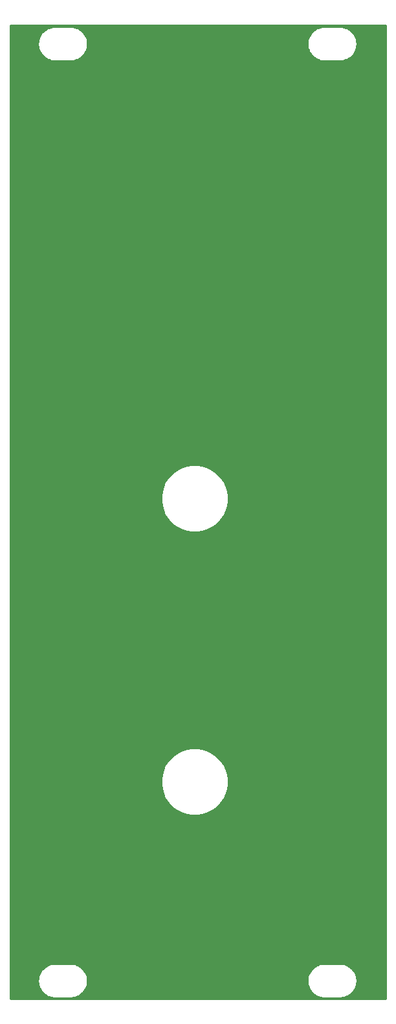
<source format=gbr>
G04 #@! TF.GenerationSoftware,KiCad,Pcbnew,(5.1.5-0)*
G04 #@! TF.CreationDate,2021-01-08T11:38:53-08:00*
G04 #@! TF.ProjectId,sauceofunce,73617563-656f-4667-956e-63652e6b6963,rev?*
G04 #@! TF.SameCoordinates,Original*
G04 #@! TF.FileFunction,Copper,L2,Bot*
G04 #@! TF.FilePolarity,Positive*
%FSLAX46Y46*%
G04 Gerber Fmt 4.6, Leading zero omitted, Abs format (unit mm)*
G04 Created by KiCad (PCBNEW (5.1.5-0)) date 2021-01-08 11:38:53*
%MOMM*%
%LPD*%
G04 APERTURE LIST*
%ADD10C,5.100000*%
%ADD11C,6.100000*%
%ADD12C,0.254000*%
G04 APERTURE END LIST*
D10*
X125250000Y52500000D03*
X125250000Y15000000D03*
D11*
X141250000Y70000000D03*
X125250000Y70000000D03*
X109250000Y70000000D03*
X109250000Y38000000D03*
X141250000Y38000000D03*
X109250000Y500000D03*
X141250000Y500000D03*
D12*
G36*
X149740001Y-27840000D02*
G01*
X100660000Y-27840000D01*
X100660000Y-25451353D01*
X104242755Y-25451353D01*
X104243173Y-25511171D01*
X104242755Y-25570988D01*
X104243655Y-25580160D01*
X104276296Y-25890715D01*
X104288320Y-25949291D01*
X104299532Y-26008070D01*
X104302196Y-26016892D01*
X104394535Y-26315192D01*
X104417715Y-26370335D01*
X104440124Y-26425800D01*
X104444451Y-26433937D01*
X104592972Y-26708621D01*
X104626417Y-26758205D01*
X104659177Y-26808268D01*
X104665001Y-26815409D01*
X104864047Y-27056013D01*
X104906482Y-27098154D01*
X104948346Y-27140903D01*
X104955446Y-27146777D01*
X105197435Y-27344138D01*
X105247259Y-27377241D01*
X105296615Y-27411036D01*
X105304721Y-27415419D01*
X105580435Y-27562019D01*
X105635704Y-27584799D01*
X105690724Y-27608381D01*
X105699527Y-27611105D01*
X105998465Y-27701359D01*
X106057138Y-27712976D01*
X106115655Y-27725415D01*
X106124820Y-27726378D01*
X106435594Y-27756850D01*
X106435598Y-27756850D01*
X106467581Y-27760000D01*
X108532419Y-27760000D01*
X108565986Y-27756694D01*
X108586744Y-27756694D01*
X108595909Y-27755731D01*
X108906228Y-27720923D01*
X108964731Y-27708487D01*
X109023419Y-27696867D01*
X109032222Y-27694142D01*
X109329870Y-27599723D01*
X109384792Y-27576183D01*
X109440159Y-27553363D01*
X109448265Y-27548979D01*
X109721904Y-27398544D01*
X109771217Y-27364779D01*
X109821088Y-27331645D01*
X109828188Y-27325770D01*
X110067397Y-27125049D01*
X110109241Y-27082320D01*
X110151694Y-27040162D01*
X110157519Y-27033020D01*
X110353185Y-26789660D01*
X110385938Y-26739608D01*
X110419391Y-26690013D01*
X110423714Y-26681881D01*
X110423717Y-26681877D01*
X110423719Y-26681873D01*
X110568388Y-26405146D01*
X110590785Y-26349711D01*
X110613978Y-26294539D01*
X110616641Y-26285717D01*
X110704807Y-25986156D01*
X110716007Y-25927440D01*
X110728045Y-25868798D01*
X110728944Y-25859627D01*
X110757245Y-25548647D01*
X110756827Y-25488830D01*
X110757088Y-25451353D01*
X139492755Y-25451353D01*
X139493173Y-25511171D01*
X139492755Y-25570988D01*
X139493655Y-25580160D01*
X139526296Y-25890715D01*
X139538320Y-25949291D01*
X139549532Y-26008070D01*
X139552196Y-26016892D01*
X139644535Y-26315192D01*
X139667715Y-26370335D01*
X139690124Y-26425800D01*
X139694451Y-26433937D01*
X139842972Y-26708621D01*
X139876417Y-26758205D01*
X139909177Y-26808268D01*
X139915001Y-26815409D01*
X140114047Y-27056013D01*
X140156482Y-27098154D01*
X140198346Y-27140903D01*
X140205446Y-27146777D01*
X140447435Y-27344138D01*
X140497259Y-27377241D01*
X140546615Y-27411036D01*
X140554721Y-27415419D01*
X140830435Y-27562019D01*
X140885704Y-27584799D01*
X140940724Y-27608381D01*
X140949527Y-27611105D01*
X141248465Y-27701359D01*
X141307138Y-27712976D01*
X141365655Y-27725415D01*
X141374820Y-27726378D01*
X141685594Y-27756850D01*
X141685598Y-27756850D01*
X141717581Y-27760000D01*
X143782419Y-27760000D01*
X143815986Y-27756694D01*
X143836744Y-27756694D01*
X143845909Y-27755731D01*
X144156228Y-27720923D01*
X144214731Y-27708487D01*
X144273419Y-27696867D01*
X144282222Y-27694142D01*
X144579870Y-27599723D01*
X144634792Y-27576183D01*
X144690159Y-27553363D01*
X144698265Y-27548979D01*
X144971904Y-27398544D01*
X145021217Y-27364779D01*
X145071088Y-27331645D01*
X145078188Y-27325770D01*
X145317397Y-27125049D01*
X145359241Y-27082320D01*
X145401694Y-27040162D01*
X145407519Y-27033020D01*
X145603185Y-26789660D01*
X145635938Y-26739608D01*
X145669391Y-26690013D01*
X145673714Y-26681881D01*
X145673717Y-26681877D01*
X145673719Y-26681873D01*
X145818388Y-26405146D01*
X145840785Y-26349711D01*
X145863978Y-26294539D01*
X145866641Y-26285717D01*
X145954807Y-25986156D01*
X145966007Y-25927440D01*
X145978045Y-25868798D01*
X145978944Y-25859627D01*
X146007245Y-25548647D01*
X146006827Y-25488830D01*
X146007245Y-25429012D01*
X146006345Y-25419841D01*
X145973704Y-25109285D01*
X145961680Y-25050709D01*
X145950468Y-24991930D01*
X145947804Y-24983108D01*
X145855465Y-24684808D01*
X145832280Y-24629653D01*
X145809876Y-24574200D01*
X145805549Y-24566064D01*
X145805549Y-24566063D01*
X145805546Y-24566059D01*
X145657028Y-24291379D01*
X145623583Y-24241795D01*
X145590823Y-24191732D01*
X145584999Y-24184591D01*
X145385954Y-23943987D01*
X145343535Y-23901863D01*
X145301655Y-23859097D01*
X145294554Y-23853223D01*
X145052565Y-23655862D01*
X145002741Y-23622759D01*
X144953385Y-23588964D01*
X144945279Y-23584581D01*
X144669566Y-23437981D01*
X144614269Y-23415189D01*
X144559275Y-23391619D01*
X144550472Y-23388895D01*
X144251535Y-23298641D01*
X144192862Y-23287024D01*
X144134345Y-23274585D01*
X144125180Y-23273622D01*
X143814405Y-23243150D01*
X143814402Y-23243150D01*
X143782419Y-23240000D01*
X141717581Y-23240000D01*
X141684014Y-23243306D01*
X141663256Y-23243306D01*
X141654091Y-23244269D01*
X141343771Y-23279077D01*
X141285298Y-23291506D01*
X141226581Y-23303132D01*
X141217778Y-23305858D01*
X140920130Y-23400277D01*
X140865147Y-23423843D01*
X140809841Y-23446638D01*
X140801735Y-23451021D01*
X140528095Y-23601456D01*
X140478748Y-23635245D01*
X140428913Y-23668355D01*
X140421812Y-23674229D01*
X140182603Y-23874951D01*
X140140759Y-23917681D01*
X140098305Y-23959839D01*
X140092481Y-23966980D01*
X139896814Y-24210340D01*
X139864055Y-24260400D01*
X139830609Y-24309986D01*
X139826283Y-24318123D01*
X139681612Y-24594854D01*
X139659215Y-24650289D01*
X139636022Y-24705461D01*
X139633359Y-24714283D01*
X139545193Y-25013844D01*
X139533993Y-25072560D01*
X139521955Y-25131202D01*
X139521056Y-25140373D01*
X139492755Y-25451353D01*
X110757088Y-25451353D01*
X110757245Y-25429012D01*
X110756345Y-25419841D01*
X110723704Y-25109285D01*
X110711680Y-25050709D01*
X110700468Y-24991930D01*
X110697804Y-24983108D01*
X110605465Y-24684808D01*
X110582280Y-24629653D01*
X110559876Y-24574200D01*
X110555549Y-24566064D01*
X110555549Y-24566063D01*
X110555546Y-24566059D01*
X110407028Y-24291379D01*
X110373583Y-24241795D01*
X110340823Y-24191732D01*
X110334999Y-24184591D01*
X110135954Y-23943987D01*
X110093535Y-23901863D01*
X110051655Y-23859097D01*
X110044554Y-23853223D01*
X109802565Y-23655862D01*
X109752741Y-23622759D01*
X109703385Y-23588964D01*
X109695279Y-23584581D01*
X109419566Y-23437981D01*
X109364269Y-23415189D01*
X109309275Y-23391619D01*
X109300472Y-23388895D01*
X109001535Y-23298641D01*
X108942862Y-23287024D01*
X108884345Y-23274585D01*
X108875180Y-23273622D01*
X108564405Y-23243150D01*
X108564402Y-23243150D01*
X108532419Y-23240000D01*
X106467581Y-23240000D01*
X106434014Y-23243306D01*
X106413256Y-23243306D01*
X106404091Y-23244269D01*
X106093771Y-23279077D01*
X106035298Y-23291506D01*
X105976581Y-23303132D01*
X105967778Y-23305858D01*
X105670130Y-23400277D01*
X105615147Y-23423843D01*
X105559841Y-23446638D01*
X105551735Y-23451021D01*
X105278095Y-23601456D01*
X105228748Y-23635245D01*
X105178913Y-23668355D01*
X105171812Y-23674229D01*
X104932603Y-23874951D01*
X104890759Y-23917681D01*
X104848305Y-23959839D01*
X104842481Y-23966980D01*
X104646814Y-24210340D01*
X104614055Y-24260400D01*
X104580609Y-24309986D01*
X104576283Y-24318123D01*
X104431612Y-24594854D01*
X104409215Y-24650289D01*
X104386022Y-24705461D01*
X104383359Y-24714283D01*
X104295193Y-25013844D01*
X104283993Y-25072560D01*
X104271955Y-25131202D01*
X104271056Y-25140373D01*
X104242755Y-25451353D01*
X100660000Y-25451353D01*
X100660000Y934216D01*
X120341332Y934216D01*
X120341332Y65784D01*
X120510754Y-785961D01*
X120843089Y-1588288D01*
X121325564Y-2310362D01*
X121939638Y-2924436D01*
X122661712Y-3406911D01*
X123464039Y-3739246D01*
X124315784Y-3908668D01*
X125184216Y-3908668D01*
X126035961Y-3739246D01*
X126838288Y-3406911D01*
X127560362Y-2924436D01*
X128174436Y-2310362D01*
X128656911Y-1588288D01*
X128989246Y-785961D01*
X129158668Y65784D01*
X129158668Y934216D01*
X128989246Y1785961D01*
X128656911Y2588288D01*
X128174436Y3310362D01*
X127560362Y3924436D01*
X126838288Y4406911D01*
X126035961Y4739246D01*
X125184216Y4908668D01*
X124315784Y4908668D01*
X123464039Y4739246D01*
X122661712Y4406911D01*
X121939638Y3924436D01*
X121325564Y3310362D01*
X120843089Y2588288D01*
X120510754Y1785961D01*
X120341332Y934216D01*
X100660000Y934216D01*
X100660000Y37934216D01*
X120341332Y37934216D01*
X120341332Y37065784D01*
X120510754Y36214039D01*
X120843089Y35411712D01*
X121325564Y34689638D01*
X121939638Y34075564D01*
X122661712Y33593089D01*
X123464039Y33260754D01*
X124315784Y33091332D01*
X125184216Y33091332D01*
X126035961Y33260754D01*
X126838288Y33593089D01*
X127560362Y34075564D01*
X128174436Y34689638D01*
X128656911Y35411712D01*
X128989246Y36214039D01*
X129158668Y37065784D01*
X129158668Y37934216D01*
X128989246Y38785961D01*
X128656911Y39588288D01*
X128174436Y40310362D01*
X127560362Y40924436D01*
X126838288Y41406911D01*
X126035961Y41739246D01*
X125184216Y41908668D01*
X124315784Y41908668D01*
X123464039Y41739246D01*
X122661712Y41406911D01*
X121939638Y40924436D01*
X121325564Y40310362D01*
X120843089Y39588288D01*
X120510754Y38785961D01*
X120341332Y37934216D01*
X100660000Y37934216D01*
X100660000Y96948647D01*
X104242755Y96948647D01*
X104243173Y96888829D01*
X104242755Y96829012D01*
X104243655Y96819840D01*
X104276296Y96509285D01*
X104288320Y96450709D01*
X104299532Y96391930D01*
X104302196Y96383108D01*
X104394535Y96084808D01*
X104417715Y96029665D01*
X104440124Y95974200D01*
X104444451Y95966063D01*
X104592972Y95691379D01*
X104626417Y95641795D01*
X104659177Y95591732D01*
X104665001Y95584591D01*
X104864047Y95343987D01*
X104906482Y95301846D01*
X104948346Y95259097D01*
X104955446Y95253223D01*
X105197435Y95055862D01*
X105247259Y95022759D01*
X105296615Y94988964D01*
X105304721Y94984581D01*
X105580435Y94837981D01*
X105635704Y94815201D01*
X105690724Y94791619D01*
X105699527Y94788895D01*
X105998465Y94698641D01*
X106057138Y94687024D01*
X106115655Y94674585D01*
X106124820Y94673622D01*
X106435594Y94643150D01*
X106435598Y94643150D01*
X106467581Y94640000D01*
X108532419Y94640000D01*
X108565986Y94643306D01*
X108586744Y94643306D01*
X108595909Y94644269D01*
X108906228Y94679077D01*
X108964731Y94691513D01*
X109023419Y94703133D01*
X109032222Y94705858D01*
X109329870Y94800277D01*
X109384792Y94823817D01*
X109440159Y94846637D01*
X109448265Y94851021D01*
X109721904Y95001456D01*
X109771217Y95035221D01*
X109821088Y95068355D01*
X109828188Y95074230D01*
X110067397Y95274951D01*
X110109241Y95317680D01*
X110151694Y95359838D01*
X110157519Y95366980D01*
X110353185Y95610340D01*
X110385938Y95660392D01*
X110419391Y95709987D01*
X110423714Y95718119D01*
X110423717Y95718123D01*
X110423719Y95718127D01*
X110568388Y95994854D01*
X110590785Y96050289D01*
X110613978Y96105461D01*
X110616641Y96114283D01*
X110704807Y96413844D01*
X110716007Y96472560D01*
X110728045Y96531202D01*
X110728944Y96540373D01*
X110757245Y96851353D01*
X110756827Y96911171D01*
X110757088Y96948647D01*
X139492755Y96948647D01*
X139493173Y96888829D01*
X139492755Y96829012D01*
X139493655Y96819840D01*
X139526296Y96509285D01*
X139538320Y96450709D01*
X139549532Y96391930D01*
X139552196Y96383108D01*
X139644535Y96084808D01*
X139667715Y96029665D01*
X139690124Y95974200D01*
X139694451Y95966063D01*
X139842972Y95691379D01*
X139876417Y95641795D01*
X139909177Y95591732D01*
X139915001Y95584591D01*
X140114047Y95343987D01*
X140156482Y95301846D01*
X140198346Y95259097D01*
X140205446Y95253223D01*
X140447435Y95055862D01*
X140497259Y95022759D01*
X140546615Y94988964D01*
X140554721Y94984581D01*
X140830435Y94837981D01*
X140885704Y94815201D01*
X140940724Y94791619D01*
X140949527Y94788895D01*
X141248465Y94698641D01*
X141307138Y94687024D01*
X141365655Y94674585D01*
X141374820Y94673622D01*
X141685594Y94643150D01*
X141685598Y94643150D01*
X141717581Y94640000D01*
X143782419Y94640000D01*
X143815986Y94643306D01*
X143836744Y94643306D01*
X143845909Y94644269D01*
X144156228Y94679077D01*
X144214731Y94691513D01*
X144273419Y94703133D01*
X144282222Y94705858D01*
X144579870Y94800277D01*
X144634792Y94823817D01*
X144690159Y94846637D01*
X144698265Y94851021D01*
X144971904Y95001456D01*
X145021217Y95035221D01*
X145071088Y95068355D01*
X145078188Y95074230D01*
X145317397Y95274951D01*
X145359241Y95317680D01*
X145401694Y95359838D01*
X145407519Y95366980D01*
X145603185Y95610340D01*
X145635938Y95660392D01*
X145669391Y95709987D01*
X145673714Y95718119D01*
X145673717Y95718123D01*
X145673719Y95718127D01*
X145818388Y95994854D01*
X145840785Y96050289D01*
X145863978Y96105461D01*
X145866641Y96114283D01*
X145954807Y96413844D01*
X145966007Y96472560D01*
X145978045Y96531202D01*
X145978944Y96540373D01*
X146007245Y96851353D01*
X146006827Y96911170D01*
X146007245Y96970988D01*
X146006345Y96980159D01*
X145973704Y97290715D01*
X145961680Y97349291D01*
X145950468Y97408070D01*
X145947804Y97416892D01*
X145855465Y97715192D01*
X145832280Y97770347D01*
X145809876Y97825800D01*
X145805549Y97833936D01*
X145805549Y97833937D01*
X145805546Y97833941D01*
X145657028Y98108621D01*
X145623583Y98158205D01*
X145590823Y98208268D01*
X145584999Y98215409D01*
X145385954Y98456013D01*
X145343535Y98498137D01*
X145301655Y98540903D01*
X145294554Y98546777D01*
X145052565Y98744138D01*
X145002741Y98777241D01*
X144953385Y98811036D01*
X144945279Y98815419D01*
X144669566Y98962019D01*
X144614269Y98984811D01*
X144559275Y99008381D01*
X144550472Y99011105D01*
X144251535Y99101359D01*
X144192862Y99112976D01*
X144134345Y99125415D01*
X144125180Y99126378D01*
X143814405Y99156850D01*
X143814402Y99156850D01*
X143782419Y99160000D01*
X141717581Y99160000D01*
X141684014Y99156694D01*
X141663256Y99156694D01*
X141654091Y99155731D01*
X141343771Y99120923D01*
X141285298Y99108494D01*
X141226581Y99096868D01*
X141217778Y99094142D01*
X140920130Y98999723D01*
X140865147Y98976157D01*
X140809841Y98953362D01*
X140801735Y98948979D01*
X140528095Y98798544D01*
X140478748Y98764755D01*
X140428913Y98731645D01*
X140421812Y98725771D01*
X140182603Y98525049D01*
X140140759Y98482319D01*
X140098305Y98440161D01*
X140092481Y98433020D01*
X139896814Y98189660D01*
X139864055Y98139600D01*
X139830609Y98090014D01*
X139826283Y98081877D01*
X139681612Y97805146D01*
X139659215Y97749711D01*
X139636022Y97694539D01*
X139633359Y97685717D01*
X139545193Y97386156D01*
X139533993Y97327440D01*
X139521955Y97268798D01*
X139521056Y97259627D01*
X139492755Y96948647D01*
X110757088Y96948647D01*
X110757245Y96970988D01*
X110756345Y96980159D01*
X110723704Y97290715D01*
X110711680Y97349291D01*
X110700468Y97408070D01*
X110697804Y97416892D01*
X110605465Y97715192D01*
X110582280Y97770347D01*
X110559876Y97825800D01*
X110555549Y97833936D01*
X110555549Y97833937D01*
X110555546Y97833941D01*
X110407028Y98108621D01*
X110373583Y98158205D01*
X110340823Y98208268D01*
X110334999Y98215409D01*
X110135954Y98456013D01*
X110093535Y98498137D01*
X110051655Y98540903D01*
X110044554Y98546777D01*
X109802565Y98744138D01*
X109752741Y98777241D01*
X109703385Y98811036D01*
X109695279Y98815419D01*
X109419566Y98962019D01*
X109364269Y98984811D01*
X109309275Y99008381D01*
X109300472Y99011105D01*
X109001535Y99101359D01*
X108942862Y99112976D01*
X108884345Y99125415D01*
X108875180Y99126378D01*
X108564405Y99156850D01*
X108564402Y99156850D01*
X108532419Y99160000D01*
X106467581Y99160000D01*
X106434014Y99156694D01*
X106413256Y99156694D01*
X106404091Y99155731D01*
X106093771Y99120923D01*
X106035298Y99108494D01*
X105976581Y99096868D01*
X105967778Y99094142D01*
X105670130Y98999723D01*
X105615147Y98976157D01*
X105559841Y98953362D01*
X105551735Y98948979D01*
X105278095Y98798544D01*
X105228748Y98764755D01*
X105178913Y98731645D01*
X105171812Y98725771D01*
X104932603Y98525049D01*
X104890759Y98482319D01*
X104848305Y98440161D01*
X104842481Y98433020D01*
X104646814Y98189660D01*
X104614055Y98139600D01*
X104580609Y98090014D01*
X104576283Y98081877D01*
X104431612Y97805146D01*
X104409215Y97749711D01*
X104386022Y97694539D01*
X104383359Y97685717D01*
X104295193Y97386156D01*
X104283993Y97327440D01*
X104271955Y97268798D01*
X104271056Y97259627D01*
X104242755Y96948647D01*
X100660000Y96948647D01*
X100660000Y99340000D01*
X149740000Y99340000D01*
X149740001Y-27840000D01*
G37*
X149740001Y-27840000D02*
X100660000Y-27840000D01*
X100660000Y-25451353D01*
X104242755Y-25451353D01*
X104243173Y-25511171D01*
X104242755Y-25570988D01*
X104243655Y-25580160D01*
X104276296Y-25890715D01*
X104288320Y-25949291D01*
X104299532Y-26008070D01*
X104302196Y-26016892D01*
X104394535Y-26315192D01*
X104417715Y-26370335D01*
X104440124Y-26425800D01*
X104444451Y-26433937D01*
X104592972Y-26708621D01*
X104626417Y-26758205D01*
X104659177Y-26808268D01*
X104665001Y-26815409D01*
X104864047Y-27056013D01*
X104906482Y-27098154D01*
X104948346Y-27140903D01*
X104955446Y-27146777D01*
X105197435Y-27344138D01*
X105247259Y-27377241D01*
X105296615Y-27411036D01*
X105304721Y-27415419D01*
X105580435Y-27562019D01*
X105635704Y-27584799D01*
X105690724Y-27608381D01*
X105699527Y-27611105D01*
X105998465Y-27701359D01*
X106057138Y-27712976D01*
X106115655Y-27725415D01*
X106124820Y-27726378D01*
X106435594Y-27756850D01*
X106435598Y-27756850D01*
X106467581Y-27760000D01*
X108532419Y-27760000D01*
X108565986Y-27756694D01*
X108586744Y-27756694D01*
X108595909Y-27755731D01*
X108906228Y-27720923D01*
X108964731Y-27708487D01*
X109023419Y-27696867D01*
X109032222Y-27694142D01*
X109329870Y-27599723D01*
X109384792Y-27576183D01*
X109440159Y-27553363D01*
X109448265Y-27548979D01*
X109721904Y-27398544D01*
X109771217Y-27364779D01*
X109821088Y-27331645D01*
X109828188Y-27325770D01*
X110067397Y-27125049D01*
X110109241Y-27082320D01*
X110151694Y-27040162D01*
X110157519Y-27033020D01*
X110353185Y-26789660D01*
X110385938Y-26739608D01*
X110419391Y-26690013D01*
X110423714Y-26681881D01*
X110423717Y-26681877D01*
X110423719Y-26681873D01*
X110568388Y-26405146D01*
X110590785Y-26349711D01*
X110613978Y-26294539D01*
X110616641Y-26285717D01*
X110704807Y-25986156D01*
X110716007Y-25927440D01*
X110728045Y-25868798D01*
X110728944Y-25859627D01*
X110757245Y-25548647D01*
X110756827Y-25488830D01*
X110757088Y-25451353D01*
X139492755Y-25451353D01*
X139493173Y-25511171D01*
X139492755Y-25570988D01*
X139493655Y-25580160D01*
X139526296Y-25890715D01*
X139538320Y-25949291D01*
X139549532Y-26008070D01*
X139552196Y-26016892D01*
X139644535Y-26315192D01*
X139667715Y-26370335D01*
X139690124Y-26425800D01*
X139694451Y-26433937D01*
X139842972Y-26708621D01*
X139876417Y-26758205D01*
X139909177Y-26808268D01*
X139915001Y-26815409D01*
X140114047Y-27056013D01*
X140156482Y-27098154D01*
X140198346Y-27140903D01*
X140205446Y-27146777D01*
X140447435Y-27344138D01*
X140497259Y-27377241D01*
X140546615Y-27411036D01*
X140554721Y-27415419D01*
X140830435Y-27562019D01*
X140885704Y-27584799D01*
X140940724Y-27608381D01*
X140949527Y-27611105D01*
X141248465Y-27701359D01*
X141307138Y-27712976D01*
X141365655Y-27725415D01*
X141374820Y-27726378D01*
X141685594Y-27756850D01*
X141685598Y-27756850D01*
X141717581Y-27760000D01*
X143782419Y-27760000D01*
X143815986Y-27756694D01*
X143836744Y-27756694D01*
X143845909Y-27755731D01*
X144156228Y-27720923D01*
X144214731Y-27708487D01*
X144273419Y-27696867D01*
X144282222Y-27694142D01*
X144579870Y-27599723D01*
X144634792Y-27576183D01*
X144690159Y-27553363D01*
X144698265Y-27548979D01*
X144971904Y-27398544D01*
X145021217Y-27364779D01*
X145071088Y-27331645D01*
X145078188Y-27325770D01*
X145317397Y-27125049D01*
X145359241Y-27082320D01*
X145401694Y-27040162D01*
X145407519Y-27033020D01*
X145603185Y-26789660D01*
X145635938Y-26739608D01*
X145669391Y-26690013D01*
X145673714Y-26681881D01*
X145673717Y-26681877D01*
X145673719Y-26681873D01*
X145818388Y-26405146D01*
X145840785Y-26349711D01*
X145863978Y-26294539D01*
X145866641Y-26285717D01*
X145954807Y-25986156D01*
X145966007Y-25927440D01*
X145978045Y-25868798D01*
X145978944Y-25859627D01*
X146007245Y-25548647D01*
X146006827Y-25488830D01*
X146007245Y-25429012D01*
X146006345Y-25419841D01*
X145973704Y-25109285D01*
X145961680Y-25050709D01*
X145950468Y-24991930D01*
X145947804Y-24983108D01*
X145855465Y-24684808D01*
X145832280Y-24629653D01*
X145809876Y-24574200D01*
X145805549Y-24566064D01*
X145805549Y-24566063D01*
X145805546Y-24566059D01*
X145657028Y-24291379D01*
X145623583Y-24241795D01*
X145590823Y-24191732D01*
X145584999Y-24184591D01*
X145385954Y-23943987D01*
X145343535Y-23901863D01*
X145301655Y-23859097D01*
X145294554Y-23853223D01*
X145052565Y-23655862D01*
X145002741Y-23622759D01*
X144953385Y-23588964D01*
X144945279Y-23584581D01*
X144669566Y-23437981D01*
X144614269Y-23415189D01*
X144559275Y-23391619D01*
X144550472Y-23388895D01*
X144251535Y-23298641D01*
X144192862Y-23287024D01*
X144134345Y-23274585D01*
X144125180Y-23273622D01*
X143814405Y-23243150D01*
X143814402Y-23243150D01*
X143782419Y-23240000D01*
X141717581Y-23240000D01*
X141684014Y-23243306D01*
X141663256Y-23243306D01*
X141654091Y-23244269D01*
X141343771Y-23279077D01*
X141285298Y-23291506D01*
X141226581Y-23303132D01*
X141217778Y-23305858D01*
X140920130Y-23400277D01*
X140865147Y-23423843D01*
X140809841Y-23446638D01*
X140801735Y-23451021D01*
X140528095Y-23601456D01*
X140478748Y-23635245D01*
X140428913Y-23668355D01*
X140421812Y-23674229D01*
X140182603Y-23874951D01*
X140140759Y-23917681D01*
X140098305Y-23959839D01*
X140092481Y-23966980D01*
X139896814Y-24210340D01*
X139864055Y-24260400D01*
X139830609Y-24309986D01*
X139826283Y-24318123D01*
X139681612Y-24594854D01*
X139659215Y-24650289D01*
X139636022Y-24705461D01*
X139633359Y-24714283D01*
X139545193Y-25013844D01*
X139533993Y-25072560D01*
X139521955Y-25131202D01*
X139521056Y-25140373D01*
X139492755Y-25451353D01*
X110757088Y-25451353D01*
X110757245Y-25429012D01*
X110756345Y-25419841D01*
X110723704Y-25109285D01*
X110711680Y-25050709D01*
X110700468Y-24991930D01*
X110697804Y-24983108D01*
X110605465Y-24684808D01*
X110582280Y-24629653D01*
X110559876Y-24574200D01*
X110555549Y-24566064D01*
X110555549Y-24566063D01*
X110555546Y-24566059D01*
X110407028Y-24291379D01*
X110373583Y-24241795D01*
X110340823Y-24191732D01*
X110334999Y-24184591D01*
X110135954Y-23943987D01*
X110093535Y-23901863D01*
X110051655Y-23859097D01*
X110044554Y-23853223D01*
X109802565Y-23655862D01*
X109752741Y-23622759D01*
X109703385Y-23588964D01*
X109695279Y-23584581D01*
X109419566Y-23437981D01*
X109364269Y-23415189D01*
X109309275Y-23391619D01*
X109300472Y-23388895D01*
X109001535Y-23298641D01*
X108942862Y-23287024D01*
X108884345Y-23274585D01*
X108875180Y-23273622D01*
X108564405Y-23243150D01*
X108564402Y-23243150D01*
X108532419Y-23240000D01*
X106467581Y-23240000D01*
X106434014Y-23243306D01*
X106413256Y-23243306D01*
X106404091Y-23244269D01*
X106093771Y-23279077D01*
X106035298Y-23291506D01*
X105976581Y-23303132D01*
X105967778Y-23305858D01*
X105670130Y-23400277D01*
X105615147Y-23423843D01*
X105559841Y-23446638D01*
X105551735Y-23451021D01*
X105278095Y-23601456D01*
X105228748Y-23635245D01*
X105178913Y-23668355D01*
X105171812Y-23674229D01*
X104932603Y-23874951D01*
X104890759Y-23917681D01*
X104848305Y-23959839D01*
X104842481Y-23966980D01*
X104646814Y-24210340D01*
X104614055Y-24260400D01*
X104580609Y-24309986D01*
X104576283Y-24318123D01*
X104431612Y-24594854D01*
X104409215Y-24650289D01*
X104386022Y-24705461D01*
X104383359Y-24714283D01*
X104295193Y-25013844D01*
X104283993Y-25072560D01*
X104271955Y-25131202D01*
X104271056Y-25140373D01*
X104242755Y-25451353D01*
X100660000Y-25451353D01*
X100660000Y934216D01*
X120341332Y934216D01*
X120341332Y65784D01*
X120510754Y-785961D01*
X120843089Y-1588288D01*
X121325564Y-2310362D01*
X121939638Y-2924436D01*
X122661712Y-3406911D01*
X123464039Y-3739246D01*
X124315784Y-3908668D01*
X125184216Y-3908668D01*
X126035961Y-3739246D01*
X126838288Y-3406911D01*
X127560362Y-2924436D01*
X128174436Y-2310362D01*
X128656911Y-1588288D01*
X128989246Y-785961D01*
X129158668Y65784D01*
X129158668Y934216D01*
X128989246Y1785961D01*
X128656911Y2588288D01*
X128174436Y3310362D01*
X127560362Y3924436D01*
X126838288Y4406911D01*
X126035961Y4739246D01*
X125184216Y4908668D01*
X124315784Y4908668D01*
X123464039Y4739246D01*
X122661712Y4406911D01*
X121939638Y3924436D01*
X121325564Y3310362D01*
X120843089Y2588288D01*
X120510754Y1785961D01*
X120341332Y934216D01*
X100660000Y934216D01*
X100660000Y37934216D01*
X120341332Y37934216D01*
X120341332Y37065784D01*
X120510754Y36214039D01*
X120843089Y35411712D01*
X121325564Y34689638D01*
X121939638Y34075564D01*
X122661712Y33593089D01*
X123464039Y33260754D01*
X124315784Y33091332D01*
X125184216Y33091332D01*
X126035961Y33260754D01*
X126838288Y33593089D01*
X127560362Y34075564D01*
X128174436Y34689638D01*
X128656911Y35411712D01*
X128989246Y36214039D01*
X129158668Y37065784D01*
X129158668Y37934216D01*
X128989246Y38785961D01*
X128656911Y39588288D01*
X128174436Y40310362D01*
X127560362Y40924436D01*
X126838288Y41406911D01*
X126035961Y41739246D01*
X125184216Y41908668D01*
X124315784Y41908668D01*
X123464039Y41739246D01*
X122661712Y41406911D01*
X121939638Y40924436D01*
X121325564Y40310362D01*
X120843089Y39588288D01*
X120510754Y38785961D01*
X120341332Y37934216D01*
X100660000Y37934216D01*
X100660000Y96948647D01*
X104242755Y96948647D01*
X104243173Y96888829D01*
X104242755Y96829012D01*
X104243655Y96819840D01*
X104276296Y96509285D01*
X104288320Y96450709D01*
X104299532Y96391930D01*
X104302196Y96383108D01*
X104394535Y96084808D01*
X104417715Y96029665D01*
X104440124Y95974200D01*
X104444451Y95966063D01*
X104592972Y95691379D01*
X104626417Y95641795D01*
X104659177Y95591732D01*
X104665001Y95584591D01*
X104864047Y95343987D01*
X104906482Y95301846D01*
X104948346Y95259097D01*
X104955446Y95253223D01*
X105197435Y95055862D01*
X105247259Y95022759D01*
X105296615Y94988964D01*
X105304721Y94984581D01*
X105580435Y94837981D01*
X105635704Y94815201D01*
X105690724Y94791619D01*
X105699527Y94788895D01*
X105998465Y94698641D01*
X106057138Y94687024D01*
X106115655Y94674585D01*
X106124820Y94673622D01*
X106435594Y94643150D01*
X106435598Y94643150D01*
X106467581Y94640000D01*
X108532419Y94640000D01*
X108565986Y94643306D01*
X108586744Y94643306D01*
X108595909Y94644269D01*
X108906228Y94679077D01*
X108964731Y94691513D01*
X109023419Y94703133D01*
X109032222Y94705858D01*
X109329870Y94800277D01*
X109384792Y94823817D01*
X109440159Y94846637D01*
X109448265Y94851021D01*
X109721904Y95001456D01*
X109771217Y95035221D01*
X109821088Y95068355D01*
X109828188Y95074230D01*
X110067397Y95274951D01*
X110109241Y95317680D01*
X110151694Y95359838D01*
X110157519Y95366980D01*
X110353185Y95610340D01*
X110385938Y95660392D01*
X110419391Y95709987D01*
X110423714Y95718119D01*
X110423717Y95718123D01*
X110423719Y95718127D01*
X110568388Y95994854D01*
X110590785Y96050289D01*
X110613978Y96105461D01*
X110616641Y96114283D01*
X110704807Y96413844D01*
X110716007Y96472560D01*
X110728045Y96531202D01*
X110728944Y96540373D01*
X110757245Y96851353D01*
X110756827Y96911171D01*
X110757088Y96948647D01*
X139492755Y96948647D01*
X139493173Y96888829D01*
X139492755Y96829012D01*
X139493655Y96819840D01*
X139526296Y96509285D01*
X139538320Y96450709D01*
X139549532Y96391930D01*
X139552196Y96383108D01*
X139644535Y96084808D01*
X139667715Y96029665D01*
X139690124Y95974200D01*
X139694451Y95966063D01*
X139842972Y95691379D01*
X139876417Y95641795D01*
X139909177Y95591732D01*
X139915001Y95584591D01*
X140114047Y95343987D01*
X140156482Y95301846D01*
X140198346Y95259097D01*
X140205446Y95253223D01*
X140447435Y95055862D01*
X140497259Y95022759D01*
X140546615Y94988964D01*
X140554721Y94984581D01*
X140830435Y94837981D01*
X140885704Y94815201D01*
X140940724Y94791619D01*
X140949527Y94788895D01*
X141248465Y94698641D01*
X141307138Y94687024D01*
X141365655Y94674585D01*
X141374820Y94673622D01*
X141685594Y94643150D01*
X141685598Y94643150D01*
X141717581Y94640000D01*
X143782419Y94640000D01*
X143815986Y94643306D01*
X143836744Y94643306D01*
X143845909Y94644269D01*
X144156228Y94679077D01*
X144214731Y94691513D01*
X144273419Y94703133D01*
X144282222Y94705858D01*
X144579870Y94800277D01*
X144634792Y94823817D01*
X144690159Y94846637D01*
X144698265Y94851021D01*
X144971904Y95001456D01*
X145021217Y95035221D01*
X145071088Y95068355D01*
X145078188Y95074230D01*
X145317397Y95274951D01*
X145359241Y95317680D01*
X145401694Y95359838D01*
X145407519Y95366980D01*
X145603185Y95610340D01*
X145635938Y95660392D01*
X145669391Y95709987D01*
X145673714Y95718119D01*
X145673717Y95718123D01*
X145673719Y95718127D01*
X145818388Y95994854D01*
X145840785Y96050289D01*
X145863978Y96105461D01*
X145866641Y96114283D01*
X145954807Y96413844D01*
X145966007Y96472560D01*
X145978045Y96531202D01*
X145978944Y96540373D01*
X146007245Y96851353D01*
X146006827Y96911170D01*
X146007245Y96970988D01*
X146006345Y96980159D01*
X145973704Y97290715D01*
X145961680Y97349291D01*
X145950468Y97408070D01*
X145947804Y97416892D01*
X145855465Y97715192D01*
X145832280Y97770347D01*
X145809876Y97825800D01*
X145805549Y97833936D01*
X145805549Y97833937D01*
X145805546Y97833941D01*
X145657028Y98108621D01*
X145623583Y98158205D01*
X145590823Y98208268D01*
X145584999Y98215409D01*
X145385954Y98456013D01*
X145343535Y98498137D01*
X145301655Y98540903D01*
X145294554Y98546777D01*
X145052565Y98744138D01*
X145002741Y98777241D01*
X144953385Y98811036D01*
X144945279Y98815419D01*
X144669566Y98962019D01*
X144614269Y98984811D01*
X144559275Y99008381D01*
X144550472Y99011105D01*
X144251535Y99101359D01*
X144192862Y99112976D01*
X144134345Y99125415D01*
X144125180Y99126378D01*
X143814405Y99156850D01*
X143814402Y99156850D01*
X143782419Y99160000D01*
X141717581Y99160000D01*
X141684014Y99156694D01*
X141663256Y99156694D01*
X141654091Y99155731D01*
X141343771Y99120923D01*
X141285298Y99108494D01*
X141226581Y99096868D01*
X141217778Y99094142D01*
X140920130Y98999723D01*
X140865147Y98976157D01*
X140809841Y98953362D01*
X140801735Y98948979D01*
X140528095Y98798544D01*
X140478748Y98764755D01*
X140428913Y98731645D01*
X140421812Y98725771D01*
X140182603Y98525049D01*
X140140759Y98482319D01*
X140098305Y98440161D01*
X140092481Y98433020D01*
X139896814Y98189660D01*
X139864055Y98139600D01*
X139830609Y98090014D01*
X139826283Y98081877D01*
X139681612Y97805146D01*
X139659215Y97749711D01*
X139636022Y97694539D01*
X139633359Y97685717D01*
X139545193Y97386156D01*
X139533993Y97327440D01*
X139521955Y97268798D01*
X139521056Y97259627D01*
X139492755Y96948647D01*
X110757088Y96948647D01*
X110757245Y96970988D01*
X110756345Y96980159D01*
X110723704Y97290715D01*
X110711680Y97349291D01*
X110700468Y97408070D01*
X110697804Y97416892D01*
X110605465Y97715192D01*
X110582280Y97770347D01*
X110559876Y97825800D01*
X110555549Y97833936D01*
X110555549Y97833937D01*
X110555546Y97833941D01*
X110407028Y98108621D01*
X110373583Y98158205D01*
X110340823Y98208268D01*
X110334999Y98215409D01*
X110135954Y98456013D01*
X110093535Y98498137D01*
X110051655Y98540903D01*
X110044554Y98546777D01*
X109802565Y98744138D01*
X109752741Y98777241D01*
X109703385Y98811036D01*
X109695279Y98815419D01*
X109419566Y98962019D01*
X109364269Y98984811D01*
X109309275Y99008381D01*
X109300472Y99011105D01*
X109001535Y99101359D01*
X108942862Y99112976D01*
X108884345Y99125415D01*
X108875180Y99126378D01*
X108564405Y99156850D01*
X108564402Y99156850D01*
X108532419Y99160000D01*
X106467581Y99160000D01*
X106434014Y99156694D01*
X106413256Y99156694D01*
X106404091Y99155731D01*
X106093771Y99120923D01*
X106035298Y99108494D01*
X105976581Y99096868D01*
X105967778Y99094142D01*
X105670130Y98999723D01*
X105615147Y98976157D01*
X105559841Y98953362D01*
X105551735Y98948979D01*
X105278095Y98798544D01*
X105228748Y98764755D01*
X105178913Y98731645D01*
X105171812Y98725771D01*
X104932603Y98525049D01*
X104890759Y98482319D01*
X104848305Y98440161D01*
X104842481Y98433020D01*
X104646814Y98189660D01*
X104614055Y98139600D01*
X104580609Y98090014D01*
X104576283Y98081877D01*
X104431612Y97805146D01*
X104409215Y97749711D01*
X104386022Y97694539D01*
X104383359Y97685717D01*
X104295193Y97386156D01*
X104283993Y97327440D01*
X104271955Y97268798D01*
X104271056Y97259627D01*
X104242755Y96948647D01*
X100660000Y96948647D01*
X100660000Y99340000D01*
X149740000Y99340000D01*
X149740001Y-27840000D01*
M02*

</source>
